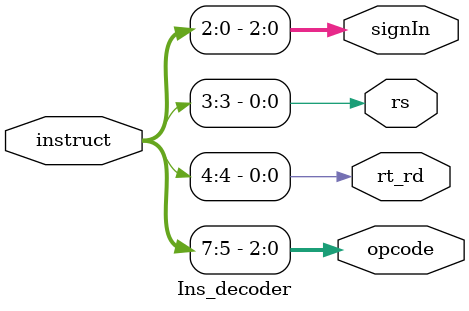
<source format=v>
`timescale 1ns / 1ps


module Ins_decoder(
 input wire [7:0]instruct,
 output [2:0]opcode,
 output rt_rd,rs,
 output [2:0]signIn
 );
 assign opcode=instruct[7:5];
 assign rt_rd=instruct[4];
 assign rs=instruct[3];
 assign signIn=instruct[2:0];
endmodule

</source>
